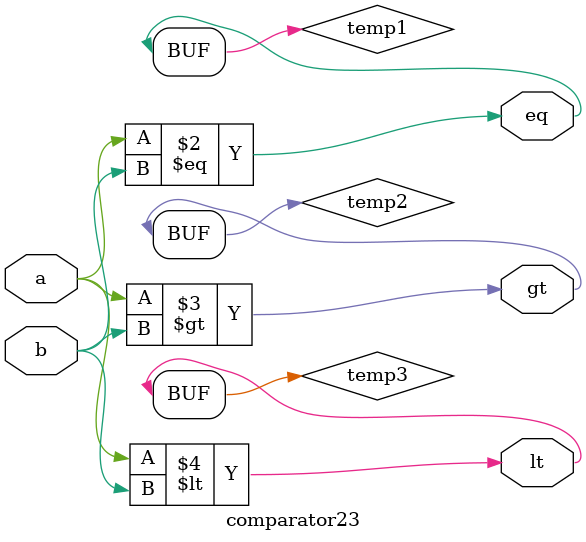
<source format=v>
module comparator23(input a, input b, output eq, output gt, output lt);

    reg temp1, temp2, temp3;

    always @(*) begin
        temp1 = (a == b);
        temp2 = (a > b);
        temp3 = (a < b);
    end
    
    assign eq = temp1;
    assign gt = temp2;
    assign lt = temp3;
endmodule

</source>
